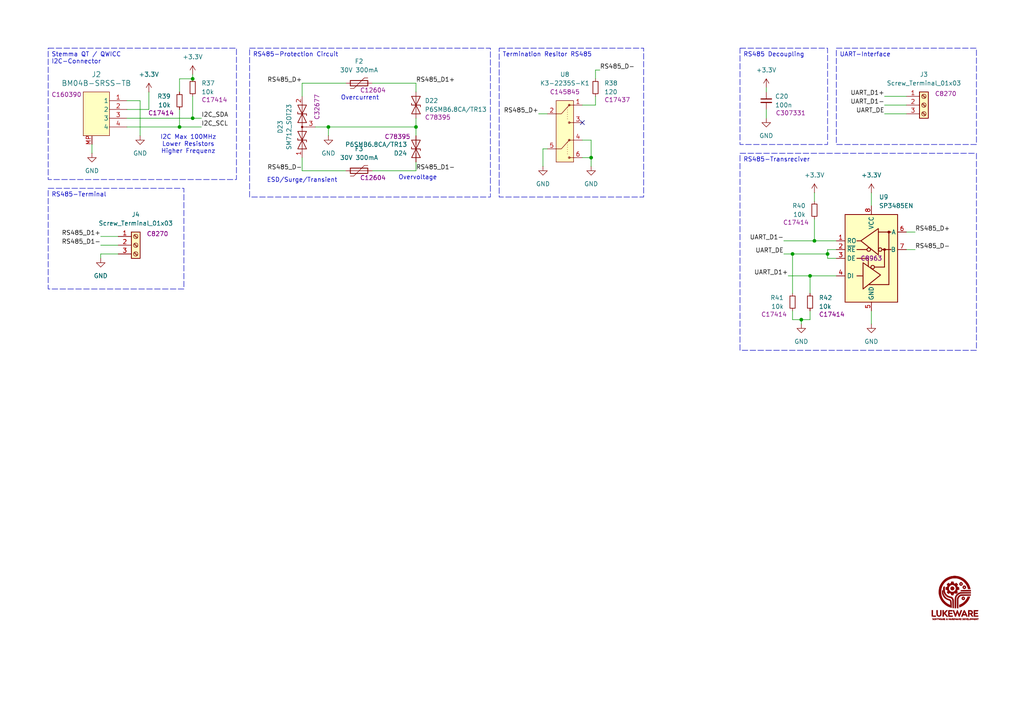
<source format=kicad_sch>
(kicad_sch (version 20231120) (generator "eeschema") (generator_version "8.0")
  (paper "A4")
  (title_block (title "SignalFlowLab") (date "2025-02-26") (rev "V 1.1") (company "LukeWare"))
  (lib_symbols
    (symbol "0_SignalFlowLab:BM04B-SRSS-TB" (pin_names (offset 0.254))
      (property "Reference" "J" (at 8.89 6.35 0))
      (property "Value" "BM04B-SRSS-TB" (at 0 5.334 0))
      (symbol "BM04B-SRSS-TB_1_0"
        (pin unspecified line (at 10.16 -12.7 90) (length 2.54) (name "") (number "MP"))
        (pin unspecified line (at 10.16 -12.7 90) (length 2.54) (name "") (number "MP"))
      )
      (symbol "BM04B-SRSS-TB_1_1"
        (pin unspecified line (at 0 0 0) (length 5.08) (name "1") (number "1"))
        (pin unspecified line (at 0 -2.54 0) (length 5.08) (name "2") (number "2"))
        (pin unspecified line (at 0 -5.08 0) (length 5.08) (name "3") (number "3"))
        (pin unspecified line (at 0 -7.62 0) (length 5.08) (name "4") (number "4"))
      )
      (symbol "BM04B-SRSS-TB_1_2"
        (pin unspecified line (at 0 0 0) (length 5.08) (name "1") (number "1"))
        (pin unspecified line (at 0 -2.54 0) (length 5.08) (name "2") (number "2"))
        (pin unspecified line (at 0 -5.08 0) (length 5.08) (name "3") (number "3"))
        (pin unspecified line (at 0 -7.62 0) (length 5.08) (name "4") (number "4"))
      )
    )
    (symbol "0_SignalFlowLab:K3-2235S-K1_DPDT"
      (property "Reference" "U" (at 2.794 10.668 0))
      (property "Value" " K3-2235S-K1" (at 6.35 -3.81 0))
      (property "LCSC" "C145845" (at 0 0 0))
      (symbol "K3-2235S-K1_DPDT_0_0"
        (pin passive line (at 6.35 7.62 180) (length 2.54) (name "") (number "1"))
        (pin passive line (at -3.81 5.08 0) (length 2.54) (name "") (number "2"))
        (pin passive line (at 6.35 2.54 180) (length 2.54) (name "") (number "3"))
        (pin passive line (at 6.35 -2.54 180) (length 2.54) (name "") (number "4"))
        (pin passive line (at -3.81 -5.08 0) (length 2.54) (name "") (number "5"))
        (pin passive line (at 6.35 -7.62 180) (length 2.54) (name "") (number "6"))
      )
    )
    (symbol "0_SignalFlowLab:LOGO" (pin_names (offset 1.016)))
    (symbol "Connector:Screw_Terminal_01x03" (pin_names (offset 1.016) hide)
      (property "Reference" "J" (at 0 5.08 0))
      (property "Value" "Screw_Terminal_01x03" (at 0 -5.08 0))
      (symbol "Screw_Terminal_01x03_1_1"
        (pin passive line (at -5.08 2.54 0) (length 3.81) (name "Pin_1") (number "1"))
        (pin passive line (at -5.08 0 0) (length 3.81) (name "Pin_2") (number "2"))
        (pin passive line (at -5.08 -2.54 0) (length 3.81) (name "Pin_3") (number "3"))
      )
    )
    (symbol "Device:C_Small" (pin_numbers hide) (pin_names (offset 0.254) hide)
      (property "Reference" "C" (at 0.254 1.778 0))
      (property "Value" "C_Small" (at 0.254 -2.032 0))
      (symbol "C_Small_1_1"
        (pin passive line (at 0 2.54 270) (length 2.032) (name "~") (number "1"))
        (pin passive line (at 0 -2.54 90) (length 2.032) (name "~") (number "2"))
      )
    )
    (symbol "Device:Polyfuse" (pin_numbers hide) (pin_names (offset 0))
      (property "Reference" "F" (at -2.54 0 90))
      (property "Value" "Polyfuse" (at 2.54 0 90))
      (symbol "Polyfuse_1_1"
        (pin passive line (at 0 3.81 270) (length 1.27) (name "~") (number "1"))
        (pin passive line (at 0 -3.81 90) (length 1.27) (name "~") (number "2"))
      )
    )
    (symbol "Device:R_Small" (pin_numbers hide) (pin_names (offset 0.254) hide)
      (property "Reference" "R" (at 0.762 0.508 0))
      (property "Value" "R_Small" (at 0.762 -1.016 0))
      (symbol "R_Small_1_1"
        (pin passive line (at 0 2.54 270) (length 0.762) (name "~") (number "1"))
        (pin passive line (at 0 -2.54 90) (length 0.762) (name "~") (number "2"))
      )
    )
    (symbol "Diode:SM712_SOT23" (pin_names (offset 1.016) hide)
      (property "Reference" "D" (at 0 4.445 0))
      (property "Value" "SM712_SOT23" (at 0 2.54 0))
      (symbol "SM712_SOT23_1_1"
        (pin passive line (at -8.89 0 0) (length 2.54) (name "A1") (number "1"))
        (pin passive line (at 8.89 0 180) (length 2.54) (name "A2") (number "2"))
        (pin input line (at 0 -3.81 90) (length 2.54) (name "common") (number "3"))
      )
    )
    (symbol "Diode:SMAJ6.5CA" (pin_numbers hide) (pin_names (offset 1.016) hide)
      (property "Reference" "D" (at 0 2.54 0))
      (property "Value" "SMAJ6.5CA" (at 0 -2.54 0))
      (symbol "SMAJ6.5CA_1_1"
        (pin passive line (at -3.81 0 0) (length 2.54) (name "A1") (number "1"))
        (pin passive line (at 3.81 0 180) (length 2.54) (name "A2") (number "2"))
      )
    )
    (symbol "Interface_UART:SP3485EN"
      (property "Reference" "U" (at -7.62 13.97 0))
      (property "Value" "SP3485EN" (at 1.905 13.97 0))
      (symbol "SP3485EN_1_1"
        (pin output line (at -10.16 5.08 0) (length 2.54) (name "RO") (number "1"))
        (pin input line (at -10.16 2.54 0) (length 2.54) (name "~{RE}") (number "2"))
        (pin input line (at -10.16 0 0) (length 2.54) (name "DE") (number "3"))
        (pin input line (at -10.16 -5.08 0) (length 2.54) (name "DI") (number "4"))
        (pin power_in line (at 0 -15.24 90) (length 2.54) (name "GND") (number "5"))
        (pin bidirectional line (at 10.16 7.62 180) (length 2.54) (name "A") (number "6"))
        (pin bidirectional line (at 10.16 2.54 180) (length 2.54) (name "B") (number "7"))
        (pin power_in line (at 0 15.24 270) (length 2.54) (name "VCC") (number "8"))
      )
    )
    (symbol "power:+3.3V" (power) (pin_numbers hide) (pin_names (offset 0) hide)
      (property "Value" "+3.3V" (at 0 3.556 0))
      (symbol "+3.3V_1_1"
        (pin power_in line (at 0 0 90) (length 0) (name "~") (number "1"))
      )
    )
    (symbol "power:GND" (power) (pin_numbers hide) (pin_names (offset 0) hide)
      (property "Value" "GND" (at 0 -3.81 0))
      (symbol "GND_1_1"
        (pin power_in line (at 0 0 270) (length 0) (name "~") (number "1"))
      )
    )
  )
  (junction (at 234.95 80.01))
  (junction (at 171.45 45.72))
  (junction (at 95.25 36.83))
  (junction (at 120.65 36.83))
  (junction (at 52.07 36.83))
  (junction (at 232.41 92.71))
  (junction (at 55.88 34.29))
  (junction (at 55.88 22.86))
  (junction (at 229.87 73.66))
  (junction (at 236.22 69.85))
  (junction (at 240.03 73.66))
  (no_connect (at 168.91 35.56))
  (wire (pts (xy 29.21 71.12) (xy 34.29 71.12)))
  (wire (pts (xy 256.54 27.94) (xy 262.89 27.94)))
  (wire (pts (xy 52.07 22.86) (xy 55.88 22.86)))
  (wire (pts (xy 234.95 90.17) (xy 234.95 92.71)))
  (wire (pts (xy 55.88 27.94) (xy 55.88 34.29)))
  (wire (pts (xy 240.03 72.39) (xy 240.03 73.66)))
  (wire (pts (xy 100.33 49.53) (xy 87.63 49.53)))
  (wire (pts (xy 29.21 68.58) (xy 34.29 68.58)))
  (wire (pts (xy 234.95 85.09) (xy 234.95 80.01)))
  (wire (pts (xy 242.57 72.39) (xy 240.03 72.39)))
  (wire (pts (xy 107.95 24.13) (xy 120.65 24.13)))
  (wire (pts (xy 236.22 69.85) (xy 242.57 69.85)))
  (wire (pts (xy 120.65 34.29) (xy 120.65 36.83)))
  (wire (pts (xy 107.95 49.53) (xy 120.65 49.53)))
  (wire (pts (xy 87.63 49.53) (xy 87.63 45.72)))
  (wire (pts (xy 157.48 43.18) (xy 158.75 43.18)))
  (wire (pts (xy 120.65 39.37) (xy 120.65 36.83)))
  (wire (pts (xy 228.6 80.01) (xy 234.95 80.01)))
  (wire (pts (xy 43.18 26.67) (xy 43.18 31.75)))
  (wire (pts (xy 227.33 69.85) (xy 236.22 69.85)))
  (wire (pts (xy 95.25 36.83) (xy 95.25 39.37)))
  (wire (pts (xy 87.63 24.13) (xy 100.33 24.13)))
  (wire (pts (xy 236.22 63.5) (xy 236.22 69.85)))
  (wire (pts (xy 256.54 33.02) (xy 262.89 33.02)))
  (wire (pts (xy 172.72 30.48) (xy 172.72 27.94)))
  (wire (pts (xy 229.87 73.66) (xy 229.87 85.09)))
  (wire (pts (xy 222.25 31.75) (xy 222.25 34.29)))
  (wire (pts (xy 168.91 40.64) (xy 171.45 40.64)))
  (wire (pts (xy 52.07 31.75) (xy 52.07 36.83)))
  (wire (pts (xy 52.07 26.67) (xy 52.07 22.86)))
  (wire (pts (xy 240.03 73.66) (xy 240.03 74.93)))
  (wire (pts (xy 232.41 93.98) (xy 232.41 92.71)))
  (wire (pts (xy 265.43 72.39) (xy 262.89 72.39)))
  (wire (pts (xy 168.91 45.72) (xy 171.45 45.72)))
  (wire (pts (xy 171.45 45.72) (xy 171.45 48.26)))
  (wire (pts (xy 52.07 36.83) (xy 58.42 36.83)))
  (wire (pts (xy 229.87 92.71) (xy 229.87 90.17)))
  (wire (pts (xy 172.72 20.32) (xy 172.72 22.86)))
  (wire (pts (xy 55.88 21.59) (xy 55.88 22.86)))
  (wire (pts (xy 171.45 40.64) (xy 171.45 45.72)))
  (wire (pts (xy 173.99 20.32) (xy 172.72 20.32)))
  (wire (pts (xy 265.43 67.31) (xy 262.89 67.31)))
  (wire (pts (xy 232.41 92.71) (xy 229.87 92.71)))
  (wire (pts (xy 29.21 74.93) (xy 29.21 73.66)))
  (wire (pts (xy 168.91 30.48) (xy 172.72 30.48)))
  (wire (pts (xy 256.54 30.48) (xy 262.89 30.48)))
  (wire (pts (xy 229.87 73.66) (xy 240.03 73.66)))
  (wire (pts (xy 29.21 73.66) (xy 34.29 73.66)))
  (wire (pts (xy 156.21 33.02) (xy 158.75 33.02)))
  (wire (pts (xy 36.83 29.21) (xy 40.64 29.21)))
  (wire (pts (xy 227.33 73.66) (xy 229.87 73.66)))
  (wire (pts (xy 36.83 34.29) (xy 55.88 34.29)))
  (wire (pts (xy 240.03 74.93) (xy 242.57 74.93)))
  (wire (pts (xy 157.48 48.26) (xy 157.48 43.18)))
  (wire (pts (xy 120.65 36.83) (xy 95.25 36.83)))
  (wire (pts (xy 55.88 34.29) (xy 58.42 34.29)))
  (wire (pts (xy 236.22 55.88) (xy 236.22 58.42)))
  (wire (pts (xy 40.64 29.21) (xy 40.64 39.37)))
  (wire (pts (xy 234.95 80.01) (xy 242.57 80.01)))
  (wire (pts (xy 36.83 36.83) (xy 52.07 36.83)))
  (wire (pts (xy 87.63 27.94) (xy 87.63 24.13)))
  (wire (pts (xy 252.73 90.17) (xy 252.73 93.98)))
  (wire (pts (xy 91.44 36.83) (xy 95.25 36.83)))
  (wire (pts (xy 120.65 49.53) (xy 120.65 46.99)))
  (wire (pts (xy 26.67 41.91) (xy 26.67 44.45)))
  (wire (pts (xy 120.65 24.13) (xy 120.65 26.67)))
  (wire (pts (xy 252.73 55.88) (xy 252.73 59.69)))
  (wire (pts (xy 234.95 92.71) (xy 232.41 92.71)))
  (wire (pts (xy 43.18 31.75) (xy 36.83 31.75)))
  (wire (pts (xy 222.25 25.4) (xy 222.25 26.67)))
  (text_box "Termination Resitor RS485" (at 144.78 13.97 0) (size 41.91 43.18) (stroke (width 0) (type dash)) (effects (font (size 1.27 1.27)) (justify left top)))
  (text_box "Stemma QT / QWICC\nI2C-Connector" (at 13.97 13.97 0) (size 54.61 38.1) (stroke (width 0) (type dash)) (effects (font (size 1.27 1.27)) (justify left top)))
  (text_box "RS485 Decoupling" (at 214.63 13.97 0) (size 25.4 27.94) (stroke (width 0) (type dash)) (effects (font (size 1.27 1.27)) (justify left top)))
  (text_box "RS485-Transreciver" (at 214.63 44.45 0) (size 68.58 57.15) (stroke (width 0) (type dash)) (effects (font (size 1.27 1.27)) (justify left top)))
  (text_box "RS485-Terminal" (at 13.97 54.61 0) (size 39.37 29.21) (stroke (width 0) (type dash)) (effects (font (size 1.27 1.27)) (justify left top)))
  (text_box "RS485-Protection Circuit" (at 72.39 13.97 0) (size 69.85 43.18) (stroke (width 0) (type dash)) (effects (font (size 1.27 1.27)) (justify left top)))
  (text_box "UART-Interface" (at 242.57 13.97 0) (size 40.64 27.94) (stroke (width 0) (type dash)) (effects (font (size 1.27 1.27)) (justify left top)))
  (text "ESD/Surge/Transient" (at 87.63 52.324 0) (effects (font (size 1.27 1.27))))
  (text "Overvoltage" (at 121.158 51.562 0) (effects (font (size 1.27 1.27))))
  (text "I2C Max 100MHz\nLower Resistors\nHigher Frequenz" (at 54.61 41.91 0) (effects (font (size 1.27 1.27))))
  (text "Overcurrent" (at 104.394 28.448 0) (effects (font (size 1.27 1.27))))
  (label "RS485_D+" (at 156.21 33.02 180))
  (label "RS485_D-" (at 87.63 49.53 180))
  (label "RS485_D1-" (at 29.21 71.12 180))
  (label "UART_D1+" (at 256.54 27.94 180))
  (label "RS485_D+" (at 87.63 24.13 180))
  (label "UART_DE" (at 256.54 33.02 180))
  (label "I2C_SCL" (at 58.42 36.83 0))
  (label "RS485_D1+" (at 120.65 24.13 0))
  (label "RS485_D1-" (at 120.65 49.53 0))
  (label "UART_DE" (at 227.33 73.66 180))
  (label "UART_D1-" (at 256.54 30.48 180))
  (label "RS485_D-" (at 265.43 72.39 0))
  (label "UART_D1-" (at 227.33 69.85 180))
  (label "RS485_D-" (at 173.99 20.32 0))
  (label "UART_D1+" (at 228.6 80.01 180))
  (label "RS485_D+" (at 265.43 67.31 0))
  (label "RS485_D1+" (at 29.21 68.58 180))
  (label "I2C_SDA" (at 58.42 34.29 0))
  (symbol (lib_id "power:+3.3V") (at 55.88 21.59 0) (unit 1)
    (property "Reference" "#PWR066" (effects (hide yes)))
    (property "Value" "+3.3V" (at 55.88 16.51 0))
    (property "Description" "Power symbol creates a global label with name \"+3.3V\"" (effects (hide yes)))
  )
  (symbol (lib_id "Device:Polyfuse") (at 104.14 49.53 90) (unit 1)
    (property "Reference" "F3" (at 104.14 43.18 90))
    (property "Value" "30V 300mA" (at 104.14 45.72 90))
    (property "Footprint" "Fuse:Fuse_1812_4532Metric" (effects (hide yes)))
    (property "Description" "Resettable fuse, polymeric positive temperature coefficient" (effects (hide yes)))
    (property "LCSC" " C12604" (at 107.696 51.562 90))
  )
  (symbol (lib_id "Device:C_Small") (at 222.25 29.21 0) (unit 1)
    (property "Reference" "C20" (at 224.79 27.9462 0) (effects (justify left)))
    (property "Value" "100n" (at 224.79 30.4862 0) (effects (justify left)))
    (property "Footprint" "Capacitor_SMD:C_0402_1005Metric" (effects (hide yes)))
    (property "Description" "Unpolarized capacitor, small symbol" (effects (hide yes)))
    (property "LCSC" " C307331" (at 228.854 32.766 0))
  )
  (symbol (lib_id "Device:Polyfuse") (at 104.14 24.13 90) (unit 1)
    (property "Reference" "F2" (at 104.14 17.78 90))
    (property "Value" "30V 300mA" (at 104.14 20.32 90))
    (property "Footprint" "Fuse:Fuse_1812_4532Metric" (effects (hide yes)))
    (property "Description" "Resettable fuse, polymeric positive temperature coefficient" (effects (hide yes)))
    (property "LCSC" " C12604" (at 107.696 26.162 90))
  )
  (symbol (lib_id "power:GND") (at 26.67 44.45 0) (unit 1)
    (property "Reference" "#PWR064" (effects (hide yes)))
    (property "Value" "GND" (at 26.67 49.53 0))
    (property "Description" "Power symbol creates a global label with name \"GND\" , ground" (effects (hide yes)))
  )
  (symbol (lib_id "power:+3.3V") (at 43.18 26.67 0) (unit 1)
    (property "Reference" "#PWR063" (effects (hide yes)))
    (property "Value" "+3.3V" (at 43.18 21.59 0))
    (property "Description" "Power symbol creates a global label with name \"+3.3V\"" (effects (hide yes)))
  )
  (symbol (lib_id "Device:R_Small") (at 52.07 29.21 0) (mirror y) (unit 1)
    (property "Reference" "R39" (at 49.53 27.9399 0) (effects (justify left)))
    (property "Value" "10k" (at 49.53 30.4799 0) (effects (justify left)))
    (property "Footprint" "Resistor_SMD:R_0805_2012Metric" (effects (hide yes)))
    (property "Description" "Resistor, small symbol" (effects (hide yes)))
    (property "LCSC" " C17414" (at 46.228 32.766 0))
  )
  (symbol (lib_id "power:+3.3V") (at 222.25 25.4 0) (unit 1)
    (property "Reference" "#PWR088" (effects (hide yes)))
    (property "Value" "+3.3V" (at 222.25 20.32 0))
    (property "Description" "Power symbol creates a global label with name \"+3.3V\"" (effects (hide yes)))
  )
  (symbol (lib_id "power:GND") (at 29.21 74.93 0) (unit 1)
    (property "Reference" "#PWR083" (effects (hide yes)))
    (property "Value" "GND" (at 29.21 80.01 0))
    (property "Description" "Power symbol creates a global label with name \"GND\" , ground" (effects (hide yes)))
  )
  (symbol (lib_id "Device:R_Small") (at 172.72 25.4 0) (unit 1)
    (property "Reference" "R38" (at 175.26 24.1299 0) (effects (justify left)))
    (property "Value" "120" (at 175.26 26.6699 0) (effects (justify left)))
    (property "Footprint" "Resistor_SMD:R_0805_2012Metric" (effects (hide yes)))
    (property "Description" "Resistor, small symbol" (effects (hide yes)))
    (property "LCSC" " C17437" (at 178.562 28.956 0))
  )
  (symbol (lib_id "power:GND") (at 252.73 93.98 0) (unit 1)
    (property "Reference" "#PWR074" (effects (hide yes)))
    (property "Value" "GND" (at 252.73 99.06 0))
    (property "Description" "Power symbol creates a global label with name \"GND\" , ground" (effects (hide yes)))
  )
  (symbol (lib_id "Device:R_Small") (at 234.95 87.63 0) (unit 1)
    (property "Reference" "R42" (at 237.49 86.3599 0) (effects (justify left)))
    (property "Value" "10k" (at 237.49 88.8999 0) (effects (justify left)))
    (property "Footprint" "Resistor_SMD:R_0805_2012Metric" (effects (hide yes)))
    (property "Description" "Resistor, small symbol" (effects (hide yes)))
    (property "LCSC" " C17414" (at 240.792 91.186 0))
  )
  (symbol (lib_id "0_SignalFlowLab:K3-2235S-K1_DPDT") (at 162.56 38.1 0) (unit 1)
    (property "Reference" "U8" (at 163.83 21.59 0))
    (property "Value" "K3-2235S-K1" (at 163.83 24.13 0))
    (property "Footprint" "0_SignalFlowLab:K3-2235S-K1" (effects (hide yes)))
    (property "Description" "300mA Horizontal attachment DPDT 6V 10,000 times Black SMD Slide Switches ROHS" (effects (hide yes)))
    (property "LCSC" "C145845" (at 163.83 26.67 0))
  )
  (symbol (lib_id "Interface_UART:SP3485EN") (at 252.73 74.93 0) (unit 1)
    (property "Reference" "U9" (at 254.9241 57.15 0) (effects (justify left)))
    (property "Value" "SP3485EN" (at 254.9241 59.69 0) (effects (justify left)))
    (property "Footprint" "Package_SO:SOIC-8_3.9x4.9mm_P1.27mm" (effects (hide yes)))
    (property "Datasheet" "http://www.icbase.com/pdf/SPX/SPX00480106.pdf" (effects (hide yes)))
    (property "Description" "Industrial 3.3V Low Power Half-Duplex RS-485 Transceiver 10Mbps, SOIC-8" (effects (hide yes)))
    (property "LCSC" "C8963" (at 252.73 74.93 0))
  )
  (symbol (lib_id "power:GND") (at 171.45 48.26 0) (unit 1)
    (property "Reference" "#PWR076" (effects (hide yes)))
    (property "Value" "GND" (at 171.45 53.34 0))
    (property "Description" "Power symbol creates a global label with name \"GND\" , ground" (effects (hide yes)))
  )
  (symbol (lib_id "Device:R_Small") (at 236.22 60.96 0) (mirror y) (unit 1)
    (property "Reference" "R40" (at 233.68 59.6899 0) (effects (justify left)))
    (property "Value" "10k" (at 233.68 62.2299 0) (effects (justify left)))
    (property "Footprint" "Resistor_SMD:R_0805_2012Metric" (effects (hide yes)))
    (property "Description" "Resistor, small symbol" (effects (hide yes)))
    (property "LCSC" " C17414" (at 230.378 64.516 0))
  )
  (symbol (lib_id "power:GND") (at 40.64 39.37 0) (unit 1)
    (property "Reference" "#PWR065" (effects (hide yes)))
    (property "Value" "GND" (at 40.64 44.45 0))
    (property "Description" "Power symbol creates a global label with name \"GND\" , ground" (effects (hide yes)))
  )
  (symbol (lib_id "power:+3.3V") (at 236.22 55.88 0) (unit 1)
    (property "Reference" "#PWR084" (effects (hide yes)))
    (property "Value" "+3.3V" (at 236.22 50.8 0))
    (property "Description" "Power symbol creates a global label with name \"+3.3V\"" (effects (hide yes)))
  )
  (symbol (lib_id "0_SignalFlowLab:LOGO") (at 276.86 173.99 0) (unit 1)
    (property "Reference" "#G7" (effects (hide yes)))
    (property "Value" "LOGO" (effects (hide yes)))
  )
  (symbol (lib_id "Diode:SMAJ6.5CA") (at 120.65 43.18 270) (unit 1)
    (property "Reference" "D24" (at 118.11 44.4501 90) (effects (justify right)))
    (property "Value" "P6SMB6.8CA/TR13" (at 118.11 41.9101 90) (effects (justify right)))
    (property "Footprint" "Diode_SMD:D_SMB" (effects (hide yes)))
    (property "Datasheet" "https://www.littelfuse.com/media?resourcetype=datasheets&itemid=75e32973-b177-4ee3-a0ff-cedaf1abdb93&filename=smaj-datasheet" (effects (hide yes)))
    (property "Description" "58.1A 600W 10.5V 6.45V 5.8V SMB(DO-214AA) ESD and Surge Protection (TVS/ESD) ROHS" (effects (hide yes)))
    (property "LCSC" " C78395" (at 114.808 39.624 90))
  )
  (symbol (lib_id "Device:R_Small") (at 55.88 25.4 0) (unit 1)
    (property "Reference" "R37" (at 58.42 24.1299 0) (effects (justify left)))
    (property "Value" "10k" (at 58.42 26.6699 0) (effects (justify left)))
    (property "Footprint" "Resistor_SMD:R_0805_2012Metric" (effects (hide yes)))
    (property "Description" "Resistor, small symbol" (effects (hide yes)))
    (property "LCSC" " C17414" (at 61.722 28.956 0))
  )
  (symbol (lib_id "Connector:Screw_Terminal_01x03") (at 39.37 71.12 0) (unit 1)
    (property "Reference" "J4" (at 39.37 62.23 0))
    (property "Value" "Screw_Terminal_01x03" (at 39.37 64.77 0))
    (property "Footprint" "TerminalBlock_Phoenix:TerminalBlock_Phoenix_PT-1,5-3-5.0-H_1x03_P5.00mm_Horizontal" (effects (hide yes)))
    (property "Description" "Generic screw terminal, single row, 01x03, script generated (kicad-library-utils/schlib/autogen/connector/)" (effects (hide yes)))
    (property "LCSC" " C8270" (at 45.212 67.818 0))
  )
  (symbol (lib_id "Device:R_Small") (at 229.87 87.63 0) (mirror y) (unit 1)
    (property "Reference" "R41" (at 227.33 86.3599 0) (effects (justify left)))
    (property "Value" "10k" (at 227.33 88.8999 0) (effects (justify left)))
    (property "Footprint" "Resistor_SMD:R_0805_2012Metric" (effects (hide yes)))
    (property "Description" "Resistor, small symbol" (effects (hide yes)))
    (property "LCSC" " C17414" (at 224.028 91.186 0))
  )
  (symbol (lib_id "power:+3.3V") (at 252.73 55.88 0) (unit 1)
    (property "Reference" "#PWR087" (effects (hide yes)))
    (property "Value" "+3.3V" (at 252.73 50.8 0))
    (property "Description" "Power symbol creates a global label with name \"+3.3V\"" (effects (hide yes)))
  )
  (symbol (lib_id "Diode:SM712_SOT23") (at 87.63 36.83 90) (unit 1)
    (property "Reference" "D23" (at 81.28 36.83 0))
    (property "Value" "SM712_SOT23" (at 83.82 36.83 0))
    (property "Footprint" "Package_TO_SOT_SMD:SOT-23" (effects (hide yes)))
    (property "Datasheet" "https://www.littelfuse.com/~/media/electronics/datasheets/tvs_diode_arrays/littelfuse_tvs_diode_array_sm712_datasheet.pdf.pdf" (effects (hide yes)))
    (property "Description" "7V/12V, 600W Asymmetrical TVS Diode Array, SOT-23" (effects (hide yes)))
    (property "LCSC" " C32677" (at 91.948 31.496 0))
  )
  (symbol (lib_id "power:GND") (at 95.25 39.37 0) (unit 1)
    (property "Reference" "#PWR069" (effects (hide yes)))
    (property "Value" "GND" (at 95.25 44.45 0))
    (property "Description" "Power symbol creates a global label with name \"GND\" , ground" (effects (hide yes)))
  )
  (symbol (lib_id "power:GND") (at 222.25 34.29 0) (unit 1)
    (property "Reference" "#PWR085" (effects (hide yes)))
    (property "Value" "GND" (at 222.25 39.37 0))
    (property "Description" "Power symbol creates a global label with name \"GND\" , ground" (effects (hide yes)))
  )
  (symbol (lib_id "Diode:SMAJ6.5CA") (at 120.65 30.48 90) (unit 1)
    (property "Reference" "D22" (at 123.19 29.2099 90) (effects (justify right)))
    (property "Value" "P6SMB6.8CA/TR13" (at 123.19 31.7499 90) (effects (justify right)))
    (property "Footprint" "Diode_SMD:D_SMB" (effects (hide yes)))
    (property "Datasheet" "https://www.littelfuse.com/media?resourcetype=datasheets&itemid=75e32973-b177-4ee3-a0ff-cedaf1abdb93&filename=smaj-datasheet" (effects (hide yes)))
    (property "Description" "58.1A 600W 10.5V 6.45V 5.8V SMB(DO-214AA) ESD and Surge Protection (TVS/ESD) ROHS" (effects (hide yes)))
    (property "LCSC" " C78395" (at 126.492 34.036 90))
  )
  (symbol (lib_id "power:GND") (at 232.41 93.98 0) (unit 1)
    (property "Reference" "#PWR086" (effects (hide yes)))
    (property "Value" "GND" (at 232.41 99.06 0))
    (property "Description" "Power symbol creates a global label with name \"GND\" , ground" (effects (hide yes)))
  )
  (symbol (lib_id "Connector:Screw_Terminal_01x03") (at 267.97 30.48 0) (unit 1)
    (property "Reference" "J3" (at 267.97 21.59 0))
    (property "Value" "Screw_Terminal_01x03" (at 267.97 24.13 0))
    (property "Footprint" "TerminalBlock_Phoenix:TerminalBlock_Phoenix_PT-1,5-3-5.0-H_1x03_P5.00mm_Horizontal" (effects (hide yes)))
    (property "Description" "Generic screw terminal, single row, 01x03, script generated (kicad-library-utils/schlib/autogen/connector/)" (effects (hide yes)))
    (property "LCSC" " C8270" (at 273.812 27.178 0))
  )
  (symbol (lib_id "power:GND") (at 157.48 48.26 0) (unit 1)
    (property "Reference" "#PWR077" (effects (hide yes)))
    (property "Value" "GND" (at 157.48 53.34 0))
    (property "Description" "Power symbol creates a global label with name \"GND\" , ground" (effects (hide yes)))
  )
  (symbol (lib_id "0_SignalFlowLab:BM04B-SRSS-TB") (at 36.83 29.21 0) (mirror y) (unit 1)
    (property "Reference" "J2" (at 27.94 21.59 0) (effects (font (size 1.524 1.524))))
    (property "Value" "BM04B-SRSS-TB" (at 27.94 24.13 0) (effects (font (size 1.524 1.524))))
    (property "Footprint" "0_SignalFlowLab:CONN4_BM04B-SRSS_JST" (effects (hide yes)))
    (property "Datasheet" "BM04B-SRSS-TB" (effects (hide yes)))
    (property "Description" "Stemma QT Connector" (effects (hide yes)))
    (property "LCSC" " C160390" (at 18.796 27.432 0))
  )
)
</source>
